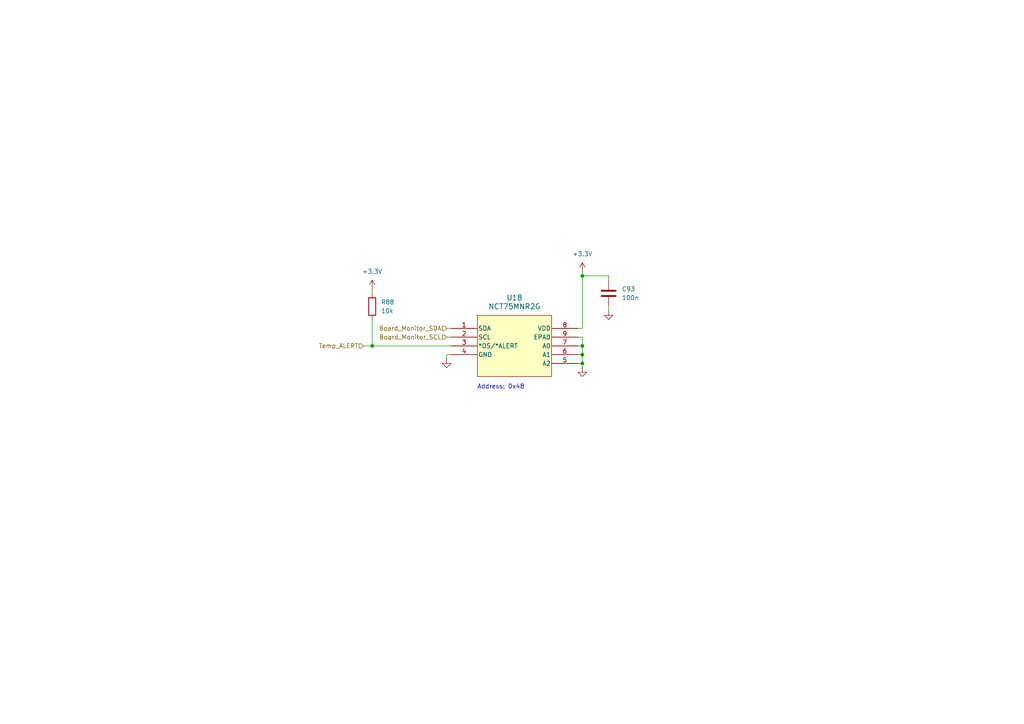
<source format=kicad_sch>
(kicad_sch
	(version 20250114)
	(generator "eeschema")
	(generator_version "9.0")
	(uuid "5238fe9f-3bbf-4321-9bc0-41b716abcf57")
	(paper "A4")
	(lib_symbols
		(symbol "Device:C"
			(pin_numbers
				(hide yes)
			)
			(pin_names
				(offset 0.254)
			)
			(exclude_from_sim no)
			(in_bom yes)
			(on_board yes)
			(property "Reference" "C"
				(at 0.635 2.54 0)
				(effects
					(font
						(size 1.27 1.27)
					)
					(justify left)
				)
			)
			(property "Value" "C"
				(at 0.635 -2.54 0)
				(effects
					(font
						(size 1.27 1.27)
					)
					(justify left)
				)
			)
			(property "Footprint" ""
				(at 0.9652 -3.81 0)
				(effects
					(font
						(size 1.27 1.27)
					)
					(hide yes)
				)
			)
			(property "Datasheet" "~"
				(at 0 0 0)
				(effects
					(font
						(size 1.27 1.27)
					)
					(hide yes)
				)
			)
			(property "Description" "Unpolarized capacitor"
				(at 0 0 0)
				(effects
					(font
						(size 1.27 1.27)
					)
					(hide yes)
				)
			)
			(property "ki_keywords" "cap capacitor"
				(at 0 0 0)
				(effects
					(font
						(size 1.27 1.27)
					)
					(hide yes)
				)
			)
			(property "ki_fp_filters" "C_*"
				(at 0 0 0)
				(effects
					(font
						(size 1.27 1.27)
					)
					(hide yes)
				)
			)
			(symbol "C_0_1"
				(polyline
					(pts
						(xy -2.032 0.762) (xy 2.032 0.762)
					)
					(stroke
						(width 0.508)
						(type default)
					)
					(fill
						(type none)
					)
				)
				(polyline
					(pts
						(xy -2.032 -0.762) (xy 2.032 -0.762)
					)
					(stroke
						(width 0.508)
						(type default)
					)
					(fill
						(type none)
					)
				)
			)
			(symbol "C_1_1"
				(pin passive line
					(at 0 3.81 270)
					(length 2.794)
					(name "~"
						(effects
							(font
								(size 1.27 1.27)
							)
						)
					)
					(number "1"
						(effects
							(font
								(size 1.27 1.27)
							)
						)
					)
				)
				(pin passive line
					(at 0 -3.81 90)
					(length 2.794)
					(name "~"
						(effects
							(font
								(size 1.27 1.27)
							)
						)
					)
					(number "2"
						(effects
							(font
								(size 1.27 1.27)
							)
						)
					)
				)
			)
			(embedded_fonts no)
		)
		(symbol "Device:R"
			(pin_numbers
				(hide yes)
			)
			(pin_names
				(offset 0)
			)
			(exclude_from_sim no)
			(in_bom yes)
			(on_board yes)
			(property "Reference" "R"
				(at 2.032 0 90)
				(effects
					(font
						(size 1.27 1.27)
					)
				)
			)
			(property "Value" "R"
				(at 0 0 90)
				(effects
					(font
						(size 1.27 1.27)
					)
				)
			)
			(property "Footprint" ""
				(at -1.778 0 90)
				(effects
					(font
						(size 1.27 1.27)
					)
					(hide yes)
				)
			)
			(property "Datasheet" "~"
				(at 0 0 0)
				(effects
					(font
						(size 1.27 1.27)
					)
					(hide yes)
				)
			)
			(property "Description" "Resistor"
				(at 0 0 0)
				(effects
					(font
						(size 1.27 1.27)
					)
					(hide yes)
				)
			)
			(property "ki_keywords" "R res resistor"
				(at 0 0 0)
				(effects
					(font
						(size 1.27 1.27)
					)
					(hide yes)
				)
			)
			(property "ki_fp_filters" "R_*"
				(at 0 0 0)
				(effects
					(font
						(size 1.27 1.27)
					)
					(hide yes)
				)
			)
			(symbol "R_0_1"
				(rectangle
					(start -1.016 -2.54)
					(end 1.016 2.54)
					(stroke
						(width 0.254)
						(type default)
					)
					(fill
						(type none)
					)
				)
			)
			(symbol "R_1_1"
				(pin passive line
					(at 0 3.81 270)
					(length 1.27)
					(name "~"
						(effects
							(font
								(size 1.27 1.27)
							)
						)
					)
					(number "1"
						(effects
							(font
								(size 1.27 1.27)
							)
						)
					)
				)
				(pin passive line
					(at 0 -3.81 90)
					(length 1.27)
					(name "~"
						(effects
							(font
								(size 1.27 1.27)
							)
						)
					)
					(number "2"
						(effects
							(font
								(size 1.27 1.27)
							)
						)
					)
				)
			)
			(embedded_fonts no)
		)
		(symbol "Tutor_Common_Parts:NCT75MNR2G"
			(pin_names
				(offset 0.254)
			)
			(exclude_from_sim no)
			(in_bom yes)
			(on_board yes)
			(property "Reference" "U"
				(at 18.034 9.906 0)
				(effects
					(font
						(size 1.524 1.524)
					)
				)
			)
			(property "Value" "NCT75MNR2G"
				(at 18.034 7.366 0)
				(effects
					(font
						(size 1.524 1.524)
					)
				)
			)
			(property "Footprint" "Package_DFN_QFN:DFN-8-1EP_2x2mm_P0.5mm_EP1.05x1.75mm"
				(at -1.778 8.636 0)
				(effects
					(font
						(size 1.27 1.27)
						(italic yes)
					)
					(hide yes)
				)
			)
			(property "Datasheet" "https://www.onsemi.com/pdf/datasheet/nct75-d.pdf"
				(at -3.302 8.636 0)
				(effects
					(font
						(size 1.27 1.27)
						(italic yes)
					)
					(hide yes)
				)
			)
			(property "Description" ""
				(at 0 0 0)
				(effects
					(font
						(size 1.27 1.27)
					)
					(hide yes)
				)
			)
			(property "ki_keywords" "NCT75MNR2G"
				(at 0 0 0)
				(effects
					(font
						(size 1.27 1.27)
					)
					(hide yes)
				)
			)
			(property "ki_fp_filters" "DFN8_2X2_ONS DFN8_2X2_ONS-M DFN8_2X2_ONS-L"
				(at 0 0 0)
				(effects
					(font
						(size 1.27 1.27)
					)
					(hide yes)
				)
			)
			(symbol "NCT75MNR2G_0_1"
				(pin bidirectional line
					(at 0 0 0)
					(length 7.62)
					(name "SDA"
						(effects
							(font
								(size 1.27 1.27)
							)
						)
					)
					(number "1"
						(effects
							(font
								(size 1.27 1.27)
							)
						)
					)
				)
				(pin input line
					(at 0 -2.54 0)
					(length 7.62)
					(name "SCL"
						(effects
							(font
								(size 1.27 1.27)
							)
						)
					)
					(number "2"
						(effects
							(font
								(size 1.27 1.27)
							)
						)
					)
				)
				(pin output line
					(at 0 -5.08 0)
					(length 7.62)
					(name "*OS/*ALERT"
						(effects
							(font
								(size 1.27 1.27)
							)
						)
					)
					(number "3"
						(effects
							(font
								(size 1.27 1.27)
							)
						)
					)
				)
				(pin power_out line
					(at 0 -7.62 0)
					(length 7.62)
					(name "GND"
						(effects
							(font
								(size 1.27 1.27)
							)
						)
					)
					(number "4"
						(effects
							(font
								(size 1.27 1.27)
							)
						)
					)
				)
				(pin power_in line
					(at 36.83 0 180)
					(length 7.62)
					(name "VDD"
						(effects
							(font
								(size 1.27 1.27)
							)
						)
					)
					(number "8"
						(effects
							(font
								(size 1.27 1.27)
							)
						)
					)
				)
				(pin unspecified line
					(at 36.83 -2.54 180)
					(length 7.62)
					(name "EPAD"
						(effects
							(font
								(size 1.27 1.27)
							)
						)
					)
					(number "9"
						(effects
							(font
								(size 1.27 1.27)
							)
						)
					)
				)
				(pin unspecified line
					(at 36.83 -5.08 180)
					(length 7.62)
					(name "A0"
						(effects
							(font
								(size 1.27 1.27)
							)
						)
					)
					(number "7"
						(effects
							(font
								(size 1.27 1.27)
							)
						)
					)
				)
				(pin unspecified line
					(at 36.83 -7.62 180)
					(length 7.62)
					(name "A1"
						(effects
							(font
								(size 1.27 1.27)
							)
						)
					)
					(number "6"
						(effects
							(font
								(size 1.27 1.27)
							)
						)
					)
				)
				(pin unspecified line
					(at 36.83 -10.16 180)
					(length 7.62)
					(name "A2"
						(effects
							(font
								(size 1.27 1.27)
							)
						)
					)
					(number "5"
						(effects
							(font
								(size 1.27 1.27)
							)
						)
					)
				)
			)
			(symbol "NCT75MNR2G_1_1"
				(rectangle
					(start 7.62 3.81)
					(end 29.21 -13.97)
					(stroke
						(width 0)
						(type solid)
					)
					(fill
						(type background)
					)
				)
			)
			(embedded_fonts no)
		)
		(symbol "power:+3.3V"
			(power)
			(pin_numbers
				(hide yes)
			)
			(pin_names
				(offset 0)
				(hide yes)
			)
			(exclude_from_sim no)
			(in_bom yes)
			(on_board yes)
			(property "Reference" "#PWR"
				(at 0 -3.81 0)
				(effects
					(font
						(size 1.27 1.27)
					)
					(hide yes)
				)
			)
			(property "Value" "+3.3V"
				(at 0 3.556 0)
				(effects
					(font
						(size 1.27 1.27)
					)
				)
			)
			(property "Footprint" ""
				(at 0 0 0)
				(effects
					(font
						(size 1.27 1.27)
					)
					(hide yes)
				)
			)
			(property "Datasheet" ""
				(at 0 0 0)
				(effects
					(font
						(size 1.27 1.27)
					)
					(hide yes)
				)
			)
			(property "Description" "Power symbol creates a global label with name \"+3.3V\""
				(at 0 0 0)
				(effects
					(font
						(size 1.27 1.27)
					)
					(hide yes)
				)
			)
			(property "ki_keywords" "global power"
				(at 0 0 0)
				(effects
					(font
						(size 1.27 1.27)
					)
					(hide yes)
				)
			)
			(symbol "+3.3V_0_1"
				(polyline
					(pts
						(xy -0.762 1.27) (xy 0 2.54)
					)
					(stroke
						(width 0)
						(type default)
					)
					(fill
						(type none)
					)
				)
				(polyline
					(pts
						(xy 0 2.54) (xy 0.762 1.27)
					)
					(stroke
						(width 0)
						(type default)
					)
					(fill
						(type none)
					)
				)
				(polyline
					(pts
						(xy 0 0) (xy 0 2.54)
					)
					(stroke
						(width 0)
						(type default)
					)
					(fill
						(type none)
					)
				)
			)
			(symbol "+3.3V_1_1"
				(pin power_in line
					(at 0 0 90)
					(length 0)
					(name "~"
						(effects
							(font
								(size 1.27 1.27)
							)
						)
					)
					(number "1"
						(effects
							(font
								(size 1.27 1.27)
							)
						)
					)
				)
			)
			(embedded_fonts no)
		)
		(symbol "power:GND"
			(power)
			(pin_numbers
				(hide yes)
			)
			(pin_names
				(offset 0)
				(hide yes)
			)
			(exclude_from_sim no)
			(in_bom yes)
			(on_board yes)
			(property "Reference" "#PWR"
				(at 0 -6.35 0)
				(effects
					(font
						(size 1.27 1.27)
					)
					(hide yes)
				)
			)
			(property "Value" "GND"
				(at 0 -3.81 0)
				(effects
					(font
						(size 1.27 1.27)
					)
				)
			)
			(property "Footprint" ""
				(at 0 0 0)
				(effects
					(font
						(size 1.27 1.27)
					)
					(hide yes)
				)
			)
			(property "Datasheet" ""
				(at 0 0 0)
				(effects
					(font
						(size 1.27 1.27)
					)
					(hide yes)
				)
			)
			(property "Description" "Power symbol creates a global label with name \"GND\" , ground"
				(at 0 0 0)
				(effects
					(font
						(size 1.27 1.27)
					)
					(hide yes)
				)
			)
			(property "ki_keywords" "global power"
				(at 0 0 0)
				(effects
					(font
						(size 1.27 1.27)
					)
					(hide yes)
				)
			)
			(symbol "GND_0_1"
				(polyline
					(pts
						(xy 0 0) (xy 0 -1.27) (xy 1.27 -1.27) (xy 0 -2.54) (xy -1.27 -1.27) (xy 0 -1.27)
					)
					(stroke
						(width 0)
						(type default)
					)
					(fill
						(type none)
					)
				)
			)
			(symbol "GND_1_1"
				(pin power_in line
					(at 0 0 270)
					(length 0)
					(name "~"
						(effects
							(font
								(size 1.27 1.27)
							)
						)
					)
					(number "1"
						(effects
							(font
								(size 1.27 1.27)
							)
						)
					)
				)
			)
			(embedded_fonts no)
		)
	)
	(text "Address: 0x48"
		(exclude_from_sim no)
		(at 145.288 112.268 0)
		(effects
			(font
				(size 1.27 1.27)
			)
		)
		(uuid "0ba3c3ec-5b0c-4ee2-be00-c8708cc01669")
	)
	(junction
		(at 107.95 100.33)
		(diameter 0)
		(color 0 0 0 0)
		(uuid "0a2b9114-bf5e-4070-9afa-0e7c3d0caed3")
	)
	(junction
		(at 168.91 102.87)
		(diameter 0)
		(color 0 0 0 0)
		(uuid "27b8c8b4-a8c8-4432-829d-8d3ec5cdcc26")
	)
	(junction
		(at 168.91 100.33)
		(diameter 0)
		(color 0 0 0 0)
		(uuid "69aa3b73-4d03-45a4-9f0d-4d35a3f2af08")
	)
	(junction
		(at 168.91 80.01)
		(diameter 0)
		(color 0 0 0 0)
		(uuid "9048dcb8-c285-4cca-be00-32c300116bf7")
	)
	(junction
		(at 168.91 105.41)
		(diameter 0)
		(color 0 0 0 0)
		(uuid "e706d0b4-c897-4c72-acce-71a5615e1f2b")
	)
	(wire
		(pts
			(xy 167.64 102.87) (xy 168.91 102.87)
		)
		(stroke
			(width 0)
			(type default)
		)
		(uuid "0f5b3892-8c09-43a4-9b79-f8b14cdfd0c8")
	)
	(wire
		(pts
			(xy 107.95 92.71) (xy 107.95 100.33)
		)
		(stroke
			(width 0)
			(type default)
		)
		(uuid "1d7524cf-6588-42fc-986a-e924d1a90fe2")
	)
	(wire
		(pts
			(xy 168.91 100.33) (xy 168.91 97.79)
		)
		(stroke
			(width 0)
			(type default)
		)
		(uuid "3472ad22-0f06-4a29-ac3d-abbd382b5dc4")
	)
	(wire
		(pts
			(xy 168.91 78.74) (xy 168.91 80.01)
		)
		(stroke
			(width 0)
			(type default)
		)
		(uuid "39258211-0e0e-413d-bca0-b963e41316e6")
	)
	(wire
		(pts
			(xy 168.91 97.79) (xy 167.64 97.79)
		)
		(stroke
			(width 0)
			(type default)
		)
		(uuid "43f2127e-f51c-4ef7-8cd6-65891ec591d8")
	)
	(wire
		(pts
			(xy 129.54 95.25) (xy 130.81 95.25)
		)
		(stroke
			(width 0)
			(type default)
		)
		(uuid "49818928-3318-4095-a0db-3303de6890d0")
	)
	(wire
		(pts
			(xy 167.64 105.41) (xy 168.91 105.41)
		)
		(stroke
			(width 0)
			(type default)
		)
		(uuid "4c9991dc-e5c5-4635-98d9-d7553f9f6ea7")
	)
	(wire
		(pts
			(xy 107.95 83.82) (xy 107.95 85.09)
		)
		(stroke
			(width 0)
			(type default)
		)
		(uuid "4e0edc0c-3968-4755-a00e-fc1eb75e5743")
	)
	(wire
		(pts
			(xy 129.54 97.79) (xy 130.81 97.79)
		)
		(stroke
			(width 0)
			(type default)
		)
		(uuid "67c1303f-1dc0-4cfb-b18d-c9ae3acb128a")
	)
	(wire
		(pts
			(xy 176.53 81.28) (xy 176.53 80.01)
		)
		(stroke
			(width 0)
			(type default)
		)
		(uuid "8684096f-4745-4978-9ab0-ccd77789444a")
	)
	(wire
		(pts
			(xy 168.91 102.87) (xy 168.91 100.33)
		)
		(stroke
			(width 0)
			(type default)
		)
		(uuid "89739469-8932-41cd-83af-543198344339")
	)
	(wire
		(pts
			(xy 176.53 80.01) (xy 168.91 80.01)
		)
		(stroke
			(width 0)
			(type default)
		)
		(uuid "98c54ec9-d4f7-4e22-86fd-a760a6e8ac87")
	)
	(wire
		(pts
			(xy 176.53 88.9) (xy 176.53 90.17)
		)
		(stroke
			(width 0)
			(type default)
		)
		(uuid "a7f0d9c7-727b-425a-88bb-e8eca3024559")
	)
	(wire
		(pts
			(xy 168.91 105.41) (xy 168.91 102.87)
		)
		(stroke
			(width 0)
			(type default)
		)
		(uuid "abdfe8eb-e894-4b69-80bb-599383588399")
	)
	(wire
		(pts
			(xy 168.91 95.25) (xy 167.64 95.25)
		)
		(stroke
			(width 0)
			(type default)
		)
		(uuid "c08f2d72-4434-465c-b317-5d81d8cd8c4a")
	)
	(wire
		(pts
			(xy 168.91 80.01) (xy 168.91 95.25)
		)
		(stroke
			(width 0)
			(type default)
		)
		(uuid "c805ae87-9e52-4ee5-b31e-c5eddc1acdd0")
	)
	(wire
		(pts
			(xy 167.64 100.33) (xy 168.91 100.33)
		)
		(stroke
			(width 0)
			(type default)
		)
		(uuid "cfb41b55-200a-45cb-b330-6dd281f0979a")
	)
	(wire
		(pts
			(xy 129.54 102.87) (xy 130.81 102.87)
		)
		(stroke
			(width 0)
			(type default)
		)
		(uuid "d95a3cda-34c3-4e18-b5b9-11ce17e331ff")
	)
	(wire
		(pts
			(xy 168.91 106.68) (xy 168.91 105.41)
		)
		(stroke
			(width 0)
			(type default)
		)
		(uuid "dc8405b5-f4e9-4d4f-91eb-5b607ad24255")
	)
	(wire
		(pts
			(xy 107.95 100.33) (xy 130.81 100.33)
		)
		(stroke
			(width 0)
			(type default)
		)
		(uuid "de752d6b-e560-4393-a9a3-78130c30c712")
	)
	(wire
		(pts
			(xy 129.54 104.14) (xy 129.54 102.87)
		)
		(stroke
			(width 0)
			(type default)
		)
		(uuid "fbae890d-5bb5-4deb-ba7d-a7aaab944646")
	)
	(wire
		(pts
			(xy 105.41 100.33) (xy 107.95 100.33)
		)
		(stroke
			(width 0)
			(type default)
		)
		(uuid "fc07dbb7-1cc9-4084-a85e-0ef3b5a2b04b")
	)
	(hierarchical_label "Board_Monitor_SCL"
		(shape input)
		(at 129.54 97.79 180)
		(effects
			(font
				(size 1.27 1.27)
			)
			(justify right)
		)
		(uuid "08ef7eea-f43e-40c9-a5fb-ec179b5cd080")
	)
	(hierarchical_label "Temp_ALERT"
		(shape input)
		(at 105.41 100.33 180)
		(effects
			(font
				(size 1.27 1.27)
			)
			(justify right)
		)
		(uuid "458b2ed0-4184-4138-8bbd-1e00b7651afe")
	)
	(hierarchical_label "Board_Monitor_SDA"
		(shape input)
		(at 129.54 95.25 180)
		(effects
			(font
				(size 1.27 1.27)
			)
			(justify right)
		)
		(uuid "aa1ffc9b-990e-445f-a2b6-2317e90102c7")
	)
	(symbol
		(lib_id "Device:C")
		(at 176.53 85.09 0)
		(unit 1)
		(exclude_from_sim no)
		(in_bom yes)
		(on_board yes)
		(dnp no)
		(fields_autoplaced yes)
		(uuid "0d7a3d08-9102-4103-b9d3-663e0b09410d")
		(property "Reference" "C93"
			(at 180.34 83.8199 0)
			(effects
				(font
					(size 1.27 1.27)
				)
				(justify left)
			)
		)
		(property "Value" "100n"
			(at 180.34 86.3599 0)
			(effects
				(font
					(size 1.27 1.27)
				)
				(justify left)
			)
		)
		(property "Footprint" "Capacitor_SMD:C_0402_1005Metric"
			(at 177.4952 88.9 0)
			(effects
				(font
					(size 1.27 1.27)
				)
				(hide yes)
			)
		)
		(property "Datasheet" "~"
			(at 176.53 85.09 0)
			(effects
				(font
					(size 1.27 1.27)
				)
				(hide yes)
			)
		)
		(property "Description" "Unpolarized capacitor"
			(at 176.53 85.09 0)
			(effects
				(font
					(size 1.27 1.27)
				)
				(hide yes)
			)
		)
		(pin "1"
			(uuid "e09176bb-8a7e-432a-9bf3-e9f9febc293d")
		)
		(pin "2"
			(uuid "0a36453f-a430-4693-acfa-330c0acd4ed3")
		)
		(instances
			(project ""
				(path "/519cd8d4-bb93-4bd2-8d6d-fc5bc7100516/bf8aced1-5c14-4121-ae3f-e511b5fa00d3"
					(reference "C93")
					(unit 1)
				)
			)
		)
	)
	(symbol
		(lib_id "power:+3.3V")
		(at 107.95 83.82 0)
		(unit 1)
		(exclude_from_sim no)
		(in_bom yes)
		(on_board yes)
		(dnp no)
		(fields_autoplaced yes)
		(uuid "21deb73d-a243-409d-a4f3-211b4f827805")
		(property "Reference" "#PWR0155"
			(at 107.95 87.63 0)
			(effects
				(font
					(size 1.27 1.27)
				)
				(hide yes)
			)
		)
		(property "Value" "+3.3V"
			(at 107.95 78.74 0)
			(effects
				(font
					(size 1.27 1.27)
				)
			)
		)
		(property "Footprint" ""
			(at 107.95 83.82 0)
			(effects
				(font
					(size 1.27 1.27)
				)
				(hide yes)
			)
		)
		(property "Datasheet" ""
			(at 107.95 83.82 0)
			(effects
				(font
					(size 1.27 1.27)
				)
				(hide yes)
			)
		)
		(property "Description" "Power symbol creates a global label with name \"+3.3V\""
			(at 107.95 83.82 0)
			(effects
				(font
					(size 1.27 1.27)
				)
				(hide yes)
			)
		)
		(pin "1"
			(uuid "b6d81cfd-c475-4e43-9fcc-ee59290cecf3")
		)
		(instances
			(project "Input_Eve_V1.0"
				(path "/519cd8d4-bb93-4bd2-8d6d-fc5bc7100516/bf8aced1-5c14-4121-ae3f-e511b5fa00d3"
					(reference "#PWR0155")
					(unit 1)
				)
			)
		)
	)
	(symbol
		(lib_id "power:+3.3V")
		(at 168.91 78.74 0)
		(unit 1)
		(exclude_from_sim no)
		(in_bom yes)
		(on_board yes)
		(dnp no)
		(fields_autoplaced yes)
		(uuid "2c4e5f34-4fa4-4252-9f3f-36aa69eacfbf")
		(property "Reference" "#PWR0153"
			(at 168.91 82.55 0)
			(effects
				(font
					(size 1.27 1.27)
				)
				(hide yes)
			)
		)
		(property "Value" "+3.3V"
			(at 168.91 73.66 0)
			(effects
				(font
					(size 1.27 1.27)
				)
			)
		)
		(property "Footprint" ""
			(at 168.91 78.74 0)
			(effects
				(font
					(size 1.27 1.27)
				)
				(hide yes)
			)
		)
		(property "Datasheet" ""
			(at 168.91 78.74 0)
			(effects
				(font
					(size 1.27 1.27)
				)
				(hide yes)
			)
		)
		(property "Description" "Power symbol creates a global label with name \"+3.3V\""
			(at 168.91 78.74 0)
			(effects
				(font
					(size 1.27 1.27)
				)
				(hide yes)
			)
		)
		(pin "1"
			(uuid "4d0494f4-11a2-4055-9727-963162fc1906")
		)
		(instances
			(project ""
				(path "/519cd8d4-bb93-4bd2-8d6d-fc5bc7100516/bf8aced1-5c14-4121-ae3f-e511b5fa00d3"
					(reference "#PWR0153")
					(unit 1)
				)
			)
		)
	)
	(symbol
		(lib_id "Tutor_Common_Parts:NCT75MNR2G")
		(at 130.81 95.25 0)
		(unit 1)
		(exclude_from_sim no)
		(in_bom yes)
		(on_board yes)
		(dnp no)
		(fields_autoplaced yes)
		(uuid "368761e5-d7db-4315-a887-baad952ba3e7")
		(property "Reference" "U18"
			(at 149.225 86.36 0)
			(effects
				(font
					(size 1.524 1.524)
				)
			)
		)
		(property "Value" "NCT75MNR2G"
			(at 149.225 88.9 0)
			(effects
				(font
					(size 1.524 1.524)
				)
			)
		)
		(property "Footprint" "Package_DFN_QFN:DFN-8-1EP_2x2mm_P0.5mm_EP1.05x1.75mm"
			(at 130.81 95.25 0)
			(effects
				(font
					(size 1.27 1.27)
					(italic yes)
				)
				(hide yes)
			)
		)
		(property "Datasheet" "https://www.onsemi.com/pdf/datasheet/nct75-d.pdf"
			(at 130.81 95.25 0)
			(effects
				(font
					(size 1.27 1.27)
					(italic yes)
				)
				(hide yes)
			)
		)
		(property "Description" ""
			(at 130.81 95.25 0)
			(effects
				(font
					(size 1.27 1.27)
				)
				(hide yes)
			)
		)
		(pin "2"
			(uuid "c2229ebd-ba05-4ba5-b4ef-90231d4952cf")
		)
		(pin "3"
			(uuid "c85e758e-992c-493d-a481-91b5f5b27060")
		)
		(pin "4"
			(uuid "191faa8e-9c90-493c-9992-c370794e74fe")
		)
		(pin "9"
			(uuid "d91aef0b-ed3d-4f46-aa42-5d32039af362")
		)
		(pin "5"
			(uuid "77e552bc-773b-4792-99c7-25f69a9a8026")
		)
		(pin "6"
			(uuid "bdac6f03-35c8-4ac6-84ba-e74fea5b8414")
		)
		(pin "8"
			(uuid "10673ed3-c676-4ded-86e9-0813f2a505cc")
		)
		(pin "1"
			(uuid "4561d367-f863-42d5-b9d9-4d6aad373266")
		)
		(pin "7"
			(uuid "755e3e29-cb22-4353-bb48-b114d7bf4ab7")
		)
		(instances
			(project ""
				(path "/519cd8d4-bb93-4bd2-8d6d-fc5bc7100516/bf8aced1-5c14-4121-ae3f-e511b5fa00d3"
					(reference "U18")
					(unit 1)
				)
			)
		)
	)
	(symbol
		(lib_id "power:GND")
		(at 129.54 104.14 0)
		(unit 1)
		(exclude_from_sim no)
		(in_bom yes)
		(on_board yes)
		(dnp no)
		(fields_autoplaced yes)
		(uuid "52b7ff77-ba3e-4acc-bca2-bfb9c79ca771")
		(property "Reference" "#PWR093"
			(at 129.54 110.49 0)
			(effects
				(font
					(size 1.27 1.27)
				)
				(hide yes)
			)
		)
		(property "Value" "GND"
			(at 129.54 109.22 0)
			(effects
				(font
					(size 1.27 1.27)
				)
				(hide yes)
			)
		)
		(property "Footprint" ""
			(at 129.54 104.14 0)
			(effects
				(font
					(size 1.27 1.27)
				)
				(hide yes)
			)
		)
		(property "Datasheet" ""
			(at 129.54 104.14 0)
			(effects
				(font
					(size 1.27 1.27)
				)
				(hide yes)
			)
		)
		(property "Description" "Power symbol creates a global label with name \"GND\" , ground"
			(at 129.54 104.14 0)
			(effects
				(font
					(size 1.27 1.27)
				)
				(hide yes)
			)
		)
		(pin "1"
			(uuid "e7c0eb96-7f1d-40c7-9ca7-dad3d75e0d5c")
		)
		(instances
			(project ""
				(path "/519cd8d4-bb93-4bd2-8d6d-fc5bc7100516/bf8aced1-5c14-4121-ae3f-e511b5fa00d3"
					(reference "#PWR093")
					(unit 1)
				)
			)
		)
	)
	(symbol
		(lib_id "power:GND")
		(at 168.91 106.68 0)
		(unit 1)
		(exclude_from_sim no)
		(in_bom yes)
		(on_board yes)
		(dnp no)
		(fields_autoplaced yes)
		(uuid "55081728-cf84-4984-86b6-887f2eb81ed7")
		(property "Reference" "#PWR0154"
			(at 168.91 113.03 0)
			(effects
				(font
					(size 1.27 1.27)
				)
				(hide yes)
			)
		)
		(property "Value" "GND"
			(at 168.91 111.76 0)
			(effects
				(font
					(size 1.27 1.27)
				)
				(hide yes)
			)
		)
		(property "Footprint" ""
			(at 168.91 106.68 0)
			(effects
				(font
					(size 1.27 1.27)
				)
				(hide yes)
			)
		)
		(property "Datasheet" ""
			(at 168.91 106.68 0)
			(effects
				(font
					(size 1.27 1.27)
				)
				(hide yes)
			)
		)
		(property "Description" "Power symbol creates a global label with name \"GND\" , ground"
			(at 168.91 106.68 0)
			(effects
				(font
					(size 1.27 1.27)
				)
				(hide yes)
			)
		)
		(pin "1"
			(uuid "772a3837-15c4-40e0-9bfb-6e76972b302e")
		)
		(instances
			(project "Input_Eve_V1.0"
				(path "/519cd8d4-bb93-4bd2-8d6d-fc5bc7100516/bf8aced1-5c14-4121-ae3f-e511b5fa00d3"
					(reference "#PWR0154")
					(unit 1)
				)
			)
		)
	)
	(symbol
		(lib_id "power:GND")
		(at 176.53 90.17 0)
		(unit 1)
		(exclude_from_sim no)
		(in_bom yes)
		(on_board yes)
		(dnp no)
		(fields_autoplaced yes)
		(uuid "7d6e39d7-bf4f-401f-ac94-d482be668a24")
		(property "Reference" "#PWR0152"
			(at 176.53 96.52 0)
			(effects
				(font
					(size 1.27 1.27)
				)
				(hide yes)
			)
		)
		(property "Value" "GND"
			(at 176.53 95.25 0)
			(effects
				(font
					(size 1.27 1.27)
				)
				(hide yes)
			)
		)
		(property "Footprint" ""
			(at 176.53 90.17 0)
			(effects
				(font
					(size 1.27 1.27)
				)
				(hide yes)
			)
		)
		(property "Datasheet" ""
			(at 176.53 90.17 0)
			(effects
				(font
					(size 1.27 1.27)
				)
				(hide yes)
			)
		)
		(property "Description" "Power symbol creates a global label with name \"GND\" , ground"
			(at 176.53 90.17 0)
			(effects
				(font
					(size 1.27 1.27)
				)
				(hide yes)
			)
		)
		(pin "1"
			(uuid "c2469937-42cd-4856-aac6-3564244eb55c")
		)
		(instances
			(project "Input_Eve_V1.0"
				(path "/519cd8d4-bb93-4bd2-8d6d-fc5bc7100516/bf8aced1-5c14-4121-ae3f-e511b5fa00d3"
					(reference "#PWR0152")
					(unit 1)
				)
			)
		)
	)
	(symbol
		(lib_id "Device:R")
		(at 107.95 88.9 0)
		(unit 1)
		(exclude_from_sim no)
		(in_bom yes)
		(on_board yes)
		(dnp no)
		(fields_autoplaced yes)
		(uuid "92950b83-2e7b-4372-94d4-d1ebc1f92252")
		(property "Reference" "R88"
			(at 110.49 87.6299 0)
			(effects
				(font
					(size 1.27 1.27)
				)
				(justify left)
			)
		)
		(property "Value" "10k"
			(at 110.49 90.1699 0)
			(effects
				(font
					(size 1.27 1.27)
				)
				(justify left)
			)
		)
		(property "Footprint" "Resistor_SMD:R_0402_1005Metric"
			(at 106.172 88.9 90)
			(effects
				(font
					(size 1.27 1.27)
				)
				(hide yes)
			)
		)
		(property "Datasheet" "~"
			(at 107.95 88.9 0)
			(effects
				(font
					(size 1.27 1.27)
				)
				(hide yes)
			)
		)
		(property "Description" "Resistor"
			(at 107.95 88.9 0)
			(effects
				(font
					(size 1.27 1.27)
				)
				(hide yes)
			)
		)
		(pin "1"
			(uuid "f10e466a-52d4-495a-864b-4de97e99d708")
		)
		(pin "2"
			(uuid "3545da77-fb44-47c9-adda-73b170239aa6")
		)
		(instances
			(project ""
				(path "/519cd8d4-bb93-4bd2-8d6d-fc5bc7100516/bf8aced1-5c14-4121-ae3f-e511b5fa00d3"
					(reference "R88")
					(unit 1)
				)
			)
		)
	)
)

</source>
